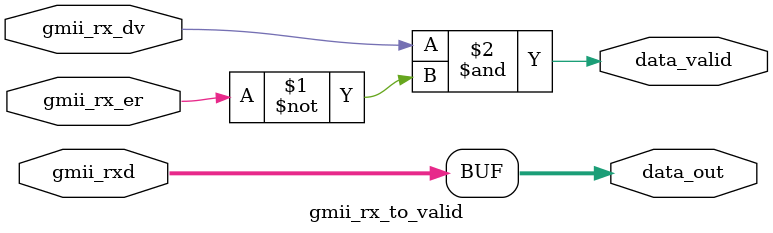
<source format=sv>
module gmii_rx_to_valid

(
    input   logic   [7:0]   gmii_rxd,
    input   logic           gmii_rx_dv,
    input   logic           gmii_rx_er,

    output  logic   [7:0]   data_out,
    output  logic           data_valid
);

    assign  data_out    =   gmii_rxd;
    assign  data_valid  =   gmii_rx_dv & ~gmii_rx_er;

endmodule
</source>
